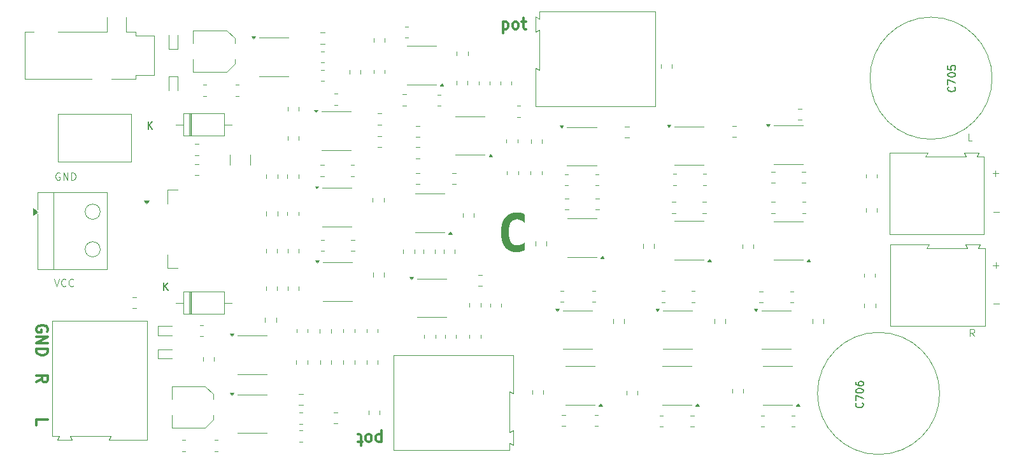
<source format=gbr>
%TF.GenerationSoftware,KiCad,Pcbnew,9.0.4-9.0.4-0~ubuntu24.04.1*%
%TF.CreationDate,2025-09-01T10:39:58-05:00*%
%TF.ProjectId,amplifier,616d706c-6966-4696-9572-2e6b69636164,rev?*%
%TF.SameCoordinates,Original*%
%TF.FileFunction,Legend,Top*%
%TF.FilePolarity,Positive*%
%FSLAX46Y46*%
G04 Gerber Fmt 4.6, Leading zero omitted, Abs format (unit mm)*
G04 Created by KiCad (PCBNEW 9.0.4-9.0.4-0~ubuntu24.04.1) date 2025-09-01 10:39:58*
%MOMM*%
%LPD*%
G01*
G04 APERTURE LIST*
%ADD10C,0.100000*%
%ADD11C,0.300000*%
%ADD12C,0.200000*%
%ADD13C,0.150000*%
%ADD14C,0.120000*%
G04 APERTURE END LIST*
D10*
X214030074Y-87002419D02*
X213553884Y-87002419D01*
X213553884Y-87002419D02*
X213553884Y-86002419D01*
D11*
X89671671Y-124783796D02*
X89671671Y-124069510D01*
X89671671Y-124069510D02*
X91171671Y-124069510D01*
D10*
X216933884Y-108611466D02*
X217695789Y-108611466D01*
X214365312Y-112992419D02*
X214031979Y-112516228D01*
X213793884Y-112992419D02*
X213793884Y-111992419D01*
X213793884Y-111992419D02*
X214174836Y-111992419D01*
X214174836Y-111992419D02*
X214270074Y-112040038D01*
X214270074Y-112040038D02*
X214317693Y-112087657D01*
X214317693Y-112087657D02*
X214365312Y-112182895D01*
X214365312Y-112182895D02*
X214365312Y-112325752D01*
X214365312Y-112325752D02*
X214317693Y-112420990D01*
X214317693Y-112420990D02*
X214270074Y-112468609D01*
X214270074Y-112468609D02*
X214174836Y-112516228D01*
X214174836Y-112516228D02*
X213793884Y-112516228D01*
D12*
G36*
X154582341Y-101533684D02*
G01*
X154337261Y-101644813D01*
X154080116Y-101724193D01*
X153812771Y-101771545D01*
X153526906Y-101787697D01*
X153114488Y-101757577D01*
X152759183Y-101671969D01*
X152451606Y-101535296D01*
X152184353Y-101348194D01*
X151952456Y-101107480D01*
X151769520Y-100834080D01*
X151620564Y-100509764D01*
X151507689Y-100126343D01*
X151435184Y-99674079D01*
X151409321Y-99141936D01*
X151435214Y-98608077D01*
X151507777Y-98154683D01*
X151620692Y-97770620D01*
X151769630Y-97446058D01*
X151952456Y-97172728D01*
X152184353Y-96932014D01*
X152451606Y-96744912D01*
X152759183Y-96608240D01*
X153114488Y-96522632D01*
X153526906Y-96492512D01*
X153813209Y-96508615D01*
X154083475Y-96556015D01*
X154342480Y-96635785D01*
X154582341Y-96746524D01*
X154582341Y-97860272D01*
X154317502Y-97643340D01*
X154078590Y-97504288D01*
X153829417Y-97419317D01*
X153574839Y-97391325D01*
X153308383Y-97420440D01*
X153086090Y-97503295D01*
X152898298Y-97638640D01*
X152739528Y-97832489D01*
X152626459Y-98053829D01*
X152537999Y-98336635D01*
X152479284Y-98694238D01*
X152457733Y-99141936D01*
X152479246Y-99587543D01*
X152537901Y-99944039D01*
X152626353Y-100226489D01*
X152739528Y-100448025D01*
X152898279Y-100641722D01*
X153086063Y-100776976D01*
X153308362Y-100859784D01*
X153574839Y-100888883D01*
X153829417Y-100860892D01*
X154078590Y-100775921D01*
X154317502Y-100636868D01*
X154582341Y-100419937D01*
X154582341Y-101533684D01*
G37*
D10*
X216833884Y-103551466D02*
X217595789Y-103551466D01*
X217214836Y-103932419D02*
X217214836Y-103170514D01*
D11*
X91100242Y-112345225D02*
X91171671Y-112202368D01*
X91171671Y-112202368D02*
X91171671Y-111988082D01*
X91171671Y-111988082D02*
X91100242Y-111773796D01*
X91100242Y-111773796D02*
X90957385Y-111630939D01*
X90957385Y-111630939D02*
X90814528Y-111559510D01*
X90814528Y-111559510D02*
X90528814Y-111488082D01*
X90528814Y-111488082D02*
X90314528Y-111488082D01*
X90314528Y-111488082D02*
X90028814Y-111559510D01*
X90028814Y-111559510D02*
X89885957Y-111630939D01*
X89885957Y-111630939D02*
X89743100Y-111773796D01*
X89743100Y-111773796D02*
X89671671Y-111988082D01*
X89671671Y-111988082D02*
X89671671Y-112130939D01*
X89671671Y-112130939D02*
X89743100Y-112345225D01*
X89743100Y-112345225D02*
X89814528Y-112416653D01*
X89814528Y-112416653D02*
X90314528Y-112416653D01*
X90314528Y-112416653D02*
X90314528Y-112130939D01*
X89671671Y-113059510D02*
X91171671Y-113059510D01*
X91171671Y-113059510D02*
X89671671Y-113916653D01*
X89671671Y-113916653D02*
X91171671Y-113916653D01*
X89671671Y-114630939D02*
X91171671Y-114630939D01*
X91171671Y-114630939D02*
X91171671Y-114988082D01*
X91171671Y-114988082D02*
X91100242Y-115202368D01*
X91100242Y-115202368D02*
X90957385Y-115345225D01*
X90957385Y-115345225D02*
X90814528Y-115416654D01*
X90814528Y-115416654D02*
X90528814Y-115488082D01*
X90528814Y-115488082D02*
X90314528Y-115488082D01*
X90314528Y-115488082D02*
X90028814Y-115416654D01*
X90028814Y-115416654D02*
X89885957Y-115345225D01*
X89885957Y-115345225D02*
X89743100Y-115202368D01*
X89743100Y-115202368D02*
X89671671Y-114988082D01*
X89671671Y-114988082D02*
X89671671Y-114630939D01*
X135495489Y-126999171D02*
X135495489Y-125499171D01*
X135495489Y-126927742D02*
X135352632Y-126999171D01*
X135352632Y-126999171D02*
X135066917Y-126999171D01*
X135066917Y-126999171D02*
X134924060Y-126927742D01*
X134924060Y-126927742D02*
X134852632Y-126856314D01*
X134852632Y-126856314D02*
X134781203Y-126713457D01*
X134781203Y-126713457D02*
X134781203Y-126284885D01*
X134781203Y-126284885D02*
X134852632Y-126142028D01*
X134852632Y-126142028D02*
X134924060Y-126070600D01*
X134924060Y-126070600D02*
X135066917Y-125999171D01*
X135066917Y-125999171D02*
X135352632Y-125999171D01*
X135352632Y-125999171D02*
X135495489Y-126070600D01*
X133924060Y-125999171D02*
X134066917Y-126070600D01*
X134066917Y-126070600D02*
X134138346Y-126142028D01*
X134138346Y-126142028D02*
X134209774Y-126284885D01*
X134209774Y-126284885D02*
X134209774Y-126713457D01*
X134209774Y-126713457D02*
X134138346Y-126856314D01*
X134138346Y-126856314D02*
X134066917Y-126927742D01*
X134066917Y-126927742D02*
X133924060Y-126999171D01*
X133924060Y-126999171D02*
X133709774Y-126999171D01*
X133709774Y-126999171D02*
X133566917Y-126927742D01*
X133566917Y-126927742D02*
X133495489Y-126856314D01*
X133495489Y-126856314D02*
X133424060Y-126713457D01*
X133424060Y-126713457D02*
X133424060Y-126284885D01*
X133424060Y-126284885D02*
X133495489Y-126142028D01*
X133495489Y-126142028D02*
X133566917Y-126070600D01*
X133566917Y-126070600D02*
X133709774Y-125999171D01*
X133709774Y-125999171D02*
X133924060Y-125999171D01*
X132995488Y-126999171D02*
X132424060Y-126999171D01*
X132781203Y-127499171D02*
X132781203Y-126213457D01*
X132781203Y-126213457D02*
X132709774Y-126070600D01*
X132709774Y-126070600D02*
X132566917Y-125999171D01*
X132566917Y-125999171D02*
X132424060Y-125999171D01*
X89671671Y-119086653D02*
X90385957Y-118586653D01*
X89671671Y-118229510D02*
X91171671Y-118229510D01*
X91171671Y-118229510D02*
X91171671Y-118800939D01*
X91171671Y-118800939D02*
X91100242Y-118943796D01*
X91100242Y-118943796D02*
X91028814Y-119015225D01*
X91028814Y-119015225D02*
X90885957Y-119086653D01*
X90885957Y-119086653D02*
X90671671Y-119086653D01*
X90671671Y-119086653D02*
X90528814Y-119015225D01*
X90528814Y-119015225D02*
X90457385Y-118943796D01*
X90457385Y-118943796D02*
X90385957Y-118800939D01*
X90385957Y-118800939D02*
X90385957Y-118229510D01*
D10*
X216913884Y-96461466D02*
X217675789Y-96461466D01*
X216803884Y-91321466D02*
X217565789Y-91321466D01*
X217184836Y-91702419D02*
X217184836Y-90940514D01*
D11*
X151674510Y-71120828D02*
X151674510Y-72620828D01*
X151674510Y-71192257D02*
X151817368Y-71120828D01*
X151817368Y-71120828D02*
X152103082Y-71120828D01*
X152103082Y-71120828D02*
X152245939Y-71192257D01*
X152245939Y-71192257D02*
X152317368Y-71263685D01*
X152317368Y-71263685D02*
X152388796Y-71406542D01*
X152388796Y-71406542D02*
X152388796Y-71835114D01*
X152388796Y-71835114D02*
X152317368Y-71977971D01*
X152317368Y-71977971D02*
X152245939Y-72049400D01*
X152245939Y-72049400D02*
X152103082Y-72120828D01*
X152103082Y-72120828D02*
X151817368Y-72120828D01*
X151817368Y-72120828D02*
X151674510Y-72049400D01*
X153245939Y-72120828D02*
X153103082Y-72049400D01*
X153103082Y-72049400D02*
X153031653Y-71977971D01*
X153031653Y-71977971D02*
X152960225Y-71835114D01*
X152960225Y-71835114D02*
X152960225Y-71406542D01*
X152960225Y-71406542D02*
X153031653Y-71263685D01*
X153031653Y-71263685D02*
X153103082Y-71192257D01*
X153103082Y-71192257D02*
X153245939Y-71120828D01*
X153245939Y-71120828D02*
X153460225Y-71120828D01*
X153460225Y-71120828D02*
X153603082Y-71192257D01*
X153603082Y-71192257D02*
X153674511Y-71263685D01*
X153674511Y-71263685D02*
X153745939Y-71406542D01*
X153745939Y-71406542D02*
X153745939Y-71835114D01*
X153745939Y-71835114D02*
X153674511Y-71977971D01*
X153674511Y-71977971D02*
X153603082Y-72049400D01*
X153603082Y-72049400D02*
X153460225Y-72120828D01*
X153460225Y-72120828D02*
X153245939Y-72120828D01*
X154174511Y-71120828D02*
X154745939Y-71120828D01*
X154388796Y-70620828D02*
X154388796Y-71906542D01*
X154388796Y-71906542D02*
X154460225Y-72049400D01*
X154460225Y-72049400D02*
X154603082Y-72120828D01*
X154603082Y-72120828D02*
X154745939Y-72120828D01*
D10*
X91991027Y-105342419D02*
X92324360Y-106342419D01*
X92324360Y-106342419D02*
X92657693Y-105342419D01*
X93562455Y-106247180D02*
X93514836Y-106294800D01*
X93514836Y-106294800D02*
X93371979Y-106342419D01*
X93371979Y-106342419D02*
X93276741Y-106342419D01*
X93276741Y-106342419D02*
X93133884Y-106294800D01*
X93133884Y-106294800D02*
X93038646Y-106199561D01*
X93038646Y-106199561D02*
X92991027Y-106104323D01*
X92991027Y-106104323D02*
X92943408Y-105913847D01*
X92943408Y-105913847D02*
X92943408Y-105770990D01*
X92943408Y-105770990D02*
X92991027Y-105580514D01*
X92991027Y-105580514D02*
X93038646Y-105485276D01*
X93038646Y-105485276D02*
X93133884Y-105390038D01*
X93133884Y-105390038D02*
X93276741Y-105342419D01*
X93276741Y-105342419D02*
X93371979Y-105342419D01*
X93371979Y-105342419D02*
X93514836Y-105390038D01*
X93514836Y-105390038D02*
X93562455Y-105437657D01*
X94562455Y-106247180D02*
X94514836Y-106294800D01*
X94514836Y-106294800D02*
X94371979Y-106342419D01*
X94371979Y-106342419D02*
X94276741Y-106342419D01*
X94276741Y-106342419D02*
X94133884Y-106294800D01*
X94133884Y-106294800D02*
X94038646Y-106199561D01*
X94038646Y-106199561D02*
X93991027Y-106104323D01*
X93991027Y-106104323D02*
X93943408Y-105913847D01*
X93943408Y-105913847D02*
X93943408Y-105770990D01*
X93943408Y-105770990D02*
X93991027Y-105580514D01*
X93991027Y-105580514D02*
X94038646Y-105485276D01*
X94038646Y-105485276D02*
X94133884Y-105390038D01*
X94133884Y-105390038D02*
X94276741Y-105342419D01*
X94276741Y-105342419D02*
X94371979Y-105342419D01*
X94371979Y-105342419D02*
X94514836Y-105390038D01*
X94514836Y-105390038D02*
X94562455Y-105437657D01*
X92765193Y-91240038D02*
X92669955Y-91192419D01*
X92669955Y-91192419D02*
X92527098Y-91192419D01*
X92527098Y-91192419D02*
X92384241Y-91240038D01*
X92384241Y-91240038D02*
X92289003Y-91335276D01*
X92289003Y-91335276D02*
X92241384Y-91430514D01*
X92241384Y-91430514D02*
X92193765Y-91620990D01*
X92193765Y-91620990D02*
X92193765Y-91763847D01*
X92193765Y-91763847D02*
X92241384Y-91954323D01*
X92241384Y-91954323D02*
X92289003Y-92049561D01*
X92289003Y-92049561D02*
X92384241Y-92144800D01*
X92384241Y-92144800D02*
X92527098Y-92192419D01*
X92527098Y-92192419D02*
X92622336Y-92192419D01*
X92622336Y-92192419D02*
X92765193Y-92144800D01*
X92765193Y-92144800D02*
X92812812Y-92097180D01*
X92812812Y-92097180D02*
X92812812Y-91763847D01*
X92812812Y-91763847D02*
X92622336Y-91763847D01*
X93241384Y-92192419D02*
X93241384Y-91192419D01*
X93241384Y-91192419D02*
X93812812Y-92192419D01*
X93812812Y-92192419D02*
X93812812Y-91192419D01*
X94289003Y-92192419D02*
X94289003Y-91192419D01*
X94289003Y-91192419D02*
X94527098Y-91192419D01*
X94527098Y-91192419D02*
X94669955Y-91240038D01*
X94669955Y-91240038D02*
X94765193Y-91335276D01*
X94765193Y-91335276D02*
X94812812Y-91430514D01*
X94812812Y-91430514D02*
X94860431Y-91620990D01*
X94860431Y-91620990D02*
X94860431Y-91763847D01*
X94860431Y-91763847D02*
X94812812Y-91954323D01*
X94812812Y-91954323D02*
X94765193Y-92049561D01*
X94765193Y-92049561D02*
X94669955Y-92144800D01*
X94669955Y-92144800D02*
X94527098Y-92192419D01*
X94527098Y-92192419D02*
X94289003Y-92192419D01*
D13*
X211739580Y-79819047D02*
X211787200Y-79866666D01*
X211787200Y-79866666D02*
X211834819Y-80009523D01*
X211834819Y-80009523D02*
X211834819Y-80104761D01*
X211834819Y-80104761D02*
X211787200Y-80247618D01*
X211787200Y-80247618D02*
X211691961Y-80342856D01*
X211691961Y-80342856D02*
X211596723Y-80390475D01*
X211596723Y-80390475D02*
X211406247Y-80438094D01*
X211406247Y-80438094D02*
X211263390Y-80438094D01*
X211263390Y-80438094D02*
X211072914Y-80390475D01*
X211072914Y-80390475D02*
X210977676Y-80342856D01*
X210977676Y-80342856D02*
X210882438Y-80247618D01*
X210882438Y-80247618D02*
X210834819Y-80104761D01*
X210834819Y-80104761D02*
X210834819Y-80009523D01*
X210834819Y-80009523D02*
X210882438Y-79866666D01*
X210882438Y-79866666D02*
X210930057Y-79819047D01*
X210834819Y-79485713D02*
X210834819Y-78819047D01*
X210834819Y-78819047D02*
X211834819Y-79247618D01*
X210834819Y-78247618D02*
X210834819Y-78152380D01*
X210834819Y-78152380D02*
X210882438Y-78057142D01*
X210882438Y-78057142D02*
X210930057Y-78009523D01*
X210930057Y-78009523D02*
X211025295Y-77961904D01*
X211025295Y-77961904D02*
X211215771Y-77914285D01*
X211215771Y-77914285D02*
X211453866Y-77914285D01*
X211453866Y-77914285D02*
X211644342Y-77961904D01*
X211644342Y-77961904D02*
X211739580Y-78009523D01*
X211739580Y-78009523D02*
X211787200Y-78057142D01*
X211787200Y-78057142D02*
X211834819Y-78152380D01*
X211834819Y-78152380D02*
X211834819Y-78247618D01*
X211834819Y-78247618D02*
X211787200Y-78342856D01*
X211787200Y-78342856D02*
X211739580Y-78390475D01*
X211739580Y-78390475D02*
X211644342Y-78438094D01*
X211644342Y-78438094D02*
X211453866Y-78485713D01*
X211453866Y-78485713D02*
X211215771Y-78485713D01*
X211215771Y-78485713D02*
X211025295Y-78438094D01*
X211025295Y-78438094D02*
X210930057Y-78390475D01*
X210930057Y-78390475D02*
X210882438Y-78342856D01*
X210882438Y-78342856D02*
X210834819Y-78247618D01*
X210834819Y-77009523D02*
X210834819Y-77485713D01*
X210834819Y-77485713D02*
X211311009Y-77533332D01*
X211311009Y-77533332D02*
X211263390Y-77485713D01*
X211263390Y-77485713D02*
X211215771Y-77390475D01*
X211215771Y-77390475D02*
X211215771Y-77152380D01*
X211215771Y-77152380D02*
X211263390Y-77057142D01*
X211263390Y-77057142D02*
X211311009Y-77009523D01*
X211311009Y-77009523D02*
X211406247Y-76961904D01*
X211406247Y-76961904D02*
X211644342Y-76961904D01*
X211644342Y-76961904D02*
X211739580Y-77009523D01*
X211739580Y-77009523D02*
X211787200Y-77057142D01*
X211787200Y-77057142D02*
X211834819Y-77152380D01*
X211834819Y-77152380D02*
X211834819Y-77390475D01*
X211834819Y-77390475D02*
X211787200Y-77485713D01*
X211787200Y-77485713D02*
X211739580Y-77533332D01*
X199489580Y-121839047D02*
X199537200Y-121886666D01*
X199537200Y-121886666D02*
X199584819Y-122029523D01*
X199584819Y-122029523D02*
X199584819Y-122124761D01*
X199584819Y-122124761D02*
X199537200Y-122267618D01*
X199537200Y-122267618D02*
X199441961Y-122362856D01*
X199441961Y-122362856D02*
X199346723Y-122410475D01*
X199346723Y-122410475D02*
X199156247Y-122458094D01*
X199156247Y-122458094D02*
X199013390Y-122458094D01*
X199013390Y-122458094D02*
X198822914Y-122410475D01*
X198822914Y-122410475D02*
X198727676Y-122362856D01*
X198727676Y-122362856D02*
X198632438Y-122267618D01*
X198632438Y-122267618D02*
X198584819Y-122124761D01*
X198584819Y-122124761D02*
X198584819Y-122029523D01*
X198584819Y-122029523D02*
X198632438Y-121886666D01*
X198632438Y-121886666D02*
X198680057Y-121839047D01*
X198584819Y-121505713D02*
X198584819Y-120839047D01*
X198584819Y-120839047D02*
X199584819Y-121267618D01*
X198584819Y-120267618D02*
X198584819Y-120172380D01*
X198584819Y-120172380D02*
X198632438Y-120077142D01*
X198632438Y-120077142D02*
X198680057Y-120029523D01*
X198680057Y-120029523D02*
X198775295Y-119981904D01*
X198775295Y-119981904D02*
X198965771Y-119934285D01*
X198965771Y-119934285D02*
X199203866Y-119934285D01*
X199203866Y-119934285D02*
X199394342Y-119981904D01*
X199394342Y-119981904D02*
X199489580Y-120029523D01*
X199489580Y-120029523D02*
X199537200Y-120077142D01*
X199537200Y-120077142D02*
X199584819Y-120172380D01*
X199584819Y-120172380D02*
X199584819Y-120267618D01*
X199584819Y-120267618D02*
X199537200Y-120362856D01*
X199537200Y-120362856D02*
X199489580Y-120410475D01*
X199489580Y-120410475D02*
X199394342Y-120458094D01*
X199394342Y-120458094D02*
X199203866Y-120505713D01*
X199203866Y-120505713D02*
X198965771Y-120505713D01*
X198965771Y-120505713D02*
X198775295Y-120458094D01*
X198775295Y-120458094D02*
X198680057Y-120410475D01*
X198680057Y-120410475D02*
X198632438Y-120362856D01*
X198632438Y-120362856D02*
X198584819Y-120267618D01*
X198584819Y-119077142D02*
X198584819Y-119267618D01*
X198584819Y-119267618D02*
X198632438Y-119362856D01*
X198632438Y-119362856D02*
X198680057Y-119410475D01*
X198680057Y-119410475D02*
X198822914Y-119505713D01*
X198822914Y-119505713D02*
X199013390Y-119553332D01*
X199013390Y-119553332D02*
X199394342Y-119553332D01*
X199394342Y-119553332D02*
X199489580Y-119505713D01*
X199489580Y-119505713D02*
X199537200Y-119458094D01*
X199537200Y-119458094D02*
X199584819Y-119362856D01*
X199584819Y-119362856D02*
X199584819Y-119172380D01*
X199584819Y-119172380D02*
X199537200Y-119077142D01*
X199537200Y-119077142D02*
X199489580Y-119029523D01*
X199489580Y-119029523D02*
X199394342Y-118981904D01*
X199394342Y-118981904D02*
X199156247Y-118981904D01*
X199156247Y-118981904D02*
X199061009Y-119029523D01*
X199061009Y-119029523D02*
X199013390Y-119077142D01*
X199013390Y-119077142D02*
X198965771Y-119172380D01*
X198965771Y-119172380D02*
X198965771Y-119362856D01*
X198965771Y-119362856D02*
X199013390Y-119458094D01*
X199013390Y-119458094D02*
X199061009Y-119505713D01*
X199061009Y-119505713D02*
X199156247Y-119553332D01*
X106583095Y-106879819D02*
X106583095Y-105879819D01*
X107154523Y-106879819D02*
X106725952Y-106308390D01*
X107154523Y-105879819D02*
X106583095Y-106451247D01*
X104513095Y-85449819D02*
X104513095Y-84449819D01*
X105084523Y-85449819D02*
X104655952Y-84878390D01*
X105084523Y-84449819D02*
X104513095Y-85021247D01*
D14*
%TO.C,R502*%
X134505000Y-73357936D02*
X134505000Y-73812064D01*
X135975000Y-73357936D02*
X135975000Y-73812064D01*
%TO.C,R501*%
X139077064Y-71765000D02*
X138622936Y-71765000D01*
X139077064Y-73235000D02*
X138622936Y-73235000D01*
%TO.C,R307*%
X109459564Y-126795000D02*
X109005436Y-126795000D01*
X109459564Y-128265000D02*
X109005436Y-128265000D01*
%TO.C,U402*%
X129680000Y-103150000D02*
X127730000Y-103150000D01*
X129680000Y-103150000D02*
X131630000Y-103150000D01*
X129680000Y-108270000D02*
X127730000Y-108270000D01*
X129680000Y-108270000D02*
X131630000Y-108270000D01*
X126980000Y-103245000D02*
X126740000Y-102915000D01*
X127220000Y-102915000D01*
X126980000Y-103245000D01*
G36*
X126980000Y-103245000D02*
G01*
X126740000Y-102915000D01*
X127220000Y-102915000D01*
X126980000Y-103245000D01*
G37*
%TO.C,R305*%
X113772064Y-126795000D02*
X113317936Y-126795000D01*
X113772064Y-128265000D02*
X113317936Y-128265000D01*
%TO.C,C402*%
X123025000Y-91971252D02*
X123025000Y-91448748D01*
X124495000Y-91971252D02*
X124495000Y-91448748D01*
%TO.C,U701*%
X129480000Y-83090000D02*
X127530000Y-83090000D01*
X129480000Y-83090000D02*
X131430000Y-83090000D01*
X129480000Y-88210000D02*
X127530000Y-88210000D01*
X129480000Y-88210000D02*
X131430000Y-88210000D01*
X126780000Y-83185000D02*
X126540000Y-82855000D01*
X127020000Y-82855000D01*
X126780000Y-83185000D01*
G36*
X126780000Y-83185000D02*
G01*
X126540000Y-82855000D01*
X127020000Y-82855000D01*
X126780000Y-83185000D01*
G37*
%TO.C,C804*%
X170285000Y-101241252D02*
X170285000Y-100718748D01*
X171755000Y-101241252D02*
X171755000Y-100718748D01*
%TO.C,R508*%
X152147500Y-86772936D02*
X152147500Y-87227064D01*
X153617500Y-86772936D02*
X153617500Y-87227064D01*
%TO.C,U602*%
X142235000Y-105325000D02*
X140285000Y-105325000D01*
X142235000Y-105325000D02*
X144185000Y-105325000D01*
X142235000Y-110445000D02*
X140285000Y-110445000D01*
X142235000Y-110445000D02*
X144185000Y-110445000D01*
X139535000Y-105420000D02*
X139295000Y-105090000D01*
X139775000Y-105090000D01*
X139535000Y-105420000D01*
G36*
X139535000Y-105420000D02*
G01*
X139295000Y-105090000D01*
X139775000Y-105090000D01*
X139535000Y-105420000D01*
G37*
%TO.C,R905*%
X177199564Y-106965000D02*
X176745436Y-106965000D01*
X177199564Y-108435000D02*
X176745436Y-108435000D01*
%TO.C,C601*%
X133815000Y-122828748D02*
X133815000Y-123351252D01*
X135285000Y-122828748D02*
X135285000Y-123351252D01*
%TO.C,J701*%
X203050000Y-88595000D02*
X203050000Y-99445000D01*
X203050000Y-99445000D02*
X215650000Y-99445000D01*
X207850000Y-89095000D02*
X208150000Y-88595000D01*
X208150000Y-88595000D02*
X203050000Y-88595000D01*
X213000000Y-88595000D02*
X213250000Y-89095000D01*
X213050000Y-88595000D02*
X213000000Y-88595000D01*
X213250000Y-89095000D02*
X207850000Y-89095000D01*
X214700000Y-89095000D02*
X214950000Y-88595000D01*
X214950000Y-88595000D02*
X213050000Y-88595000D01*
X215650000Y-89095000D02*
X214700000Y-89095000D01*
X215650000Y-99445000D02*
X215650000Y-89095000D01*
%TO.C,R704*%
X146335000Y-96652936D02*
X146335000Y-97107064D01*
X147805000Y-96652936D02*
X147805000Y-97107064D01*
%TO.C,R302*%
X127462936Y-75070000D02*
X127917064Y-75070000D01*
X127462936Y-76540000D02*
X127917064Y-76540000D01*
%TO.C,D401*%
X105847500Y-114715000D02*
X105847500Y-115935000D01*
X105847500Y-115935000D02*
X107662500Y-115935000D01*
X107662500Y-114715000D02*
X105847500Y-114715000D01*
%TO.C,R701*%
X123055000Y-82954564D02*
X123055000Y-82500436D01*
X124525000Y-82954564D02*
X124525000Y-82500436D01*
%TO.C,R901*%
X159290436Y-106935000D02*
X159744564Y-106935000D01*
X159290436Y-108405000D02*
X159744564Y-108405000D01*
%TO.C,R406*%
X120185000Y-101387936D02*
X120185000Y-101842064D01*
X121655000Y-101387936D02*
X121655000Y-101842064D01*
%TO.C,R811*%
X191892064Y-91115000D02*
X191437936Y-91115000D01*
X191892064Y-92585000D02*
X191437936Y-92585000D01*
%TO.C,R706*%
X138425000Y-101452936D02*
X138425000Y-101907064D01*
X139895000Y-101452936D02*
X139895000Y-101907064D01*
%TO.C,R611*%
X147225000Y-112762936D02*
X147225000Y-113217064D01*
X148695000Y-112762936D02*
X148695000Y-113217064D01*
%TO.C,R303*%
X112257064Y-79545000D02*
X111802936Y-79545000D01*
X112257064Y-81015000D02*
X111802936Y-81015000D01*
%TO.C,R709*%
X199725000Y-108667936D02*
X199725000Y-109122064D01*
X201195000Y-108667936D02*
X201195000Y-109122064D01*
%TO.C,C607*%
X148386248Y-104837500D02*
X148908752Y-104837500D01*
X148386248Y-106307500D02*
X148908752Y-106307500D01*
%TO.C,C501*%
X172675000Y-77341252D02*
X172675000Y-76818748D01*
X174145000Y-77341252D02*
X174145000Y-76818748D01*
%TO.C,C203*%
X115395000Y-90206252D02*
X115395000Y-88783748D01*
X118115000Y-90206252D02*
X118115000Y-88783748D01*
%TO.C,U201*%
X107080000Y-93500000D02*
X107080000Y-95310000D01*
X107080000Y-103900000D02*
X107080000Y-102090000D01*
X108445000Y-93500000D02*
X107080000Y-93500000D01*
X108445000Y-103900000D02*
X107080000Y-103900000D01*
X104255000Y-95350000D02*
X103915000Y-94880000D01*
X104595000Y-94880000D01*
X104255000Y-95350000D01*
G36*
X104255000Y-95350000D02*
G01*
X103915000Y-94880000D01*
X104595000Y-94880000D01*
X104255000Y-95350000D01*
G37*
%TO.C,R401*%
X127412936Y-90205000D02*
X127867064Y-90205000D01*
X127412936Y-91675000D02*
X127867064Y-91675000D01*
%TO.C,C201*%
X102413748Y-107790000D02*
X102936252Y-107790000D01*
X102413748Y-109260000D02*
X102936252Y-109260000D01*
%TO.C,C301*%
X110497500Y-72290000D02*
X110497500Y-73990000D01*
X110497500Y-77810000D02*
X110497500Y-76110000D01*
X114953063Y-72290000D02*
X110497500Y-72290000D01*
X114953063Y-77810000D02*
X110497500Y-77810000D01*
X116017500Y-73354437D02*
X114953063Y-72290000D01*
X116017500Y-73354437D02*
X116017500Y-73990000D01*
X116017500Y-76745563D02*
X114953063Y-77810000D01*
X116017500Y-76745563D02*
X116017500Y-76110000D01*
%TO.C,U804*%
X176405000Y-97665000D02*
X174455000Y-97665000D01*
X176405000Y-97665000D02*
X178355000Y-97665000D01*
X176405000Y-102785000D02*
X174455000Y-102785000D01*
X176405000Y-102785000D02*
X178355000Y-102785000D01*
X179345000Y-103020000D02*
X178865000Y-103020000D01*
X179105000Y-102690000D01*
X179345000Y-103020000D01*
G36*
X179345000Y-103020000D02*
G01*
X178865000Y-103020000D01*
X179105000Y-102690000D01*
X179345000Y-103020000D01*
G37*
%TO.C,C801*%
X167898748Y-85075000D02*
X168421252Y-85075000D01*
X167898748Y-86545000D02*
X168421252Y-86545000D01*
%TO.C,R506*%
X155365000Y-91032936D02*
X155365000Y-91487064D01*
X156835000Y-91032936D02*
X156835000Y-91487064D01*
%TO.C,U806*%
X189605000Y-97715000D02*
X187655000Y-97715000D01*
X189605000Y-97715000D02*
X191555000Y-97715000D01*
X189605000Y-102835000D02*
X187655000Y-102835000D01*
X189605000Y-102835000D02*
X191555000Y-102835000D01*
X192545000Y-103070000D02*
X192065000Y-103070000D01*
X192305000Y-102740000D01*
X192545000Y-103070000D01*
G36*
X192545000Y-103070000D02*
G01*
X192065000Y-103070000D01*
X192305000Y-102740000D01*
X192545000Y-103070000D01*
G37*
%TO.C,R703*%
X123055000Y-86400436D02*
X123055000Y-86854564D01*
X124525000Y-86400436D02*
X124525000Y-86854564D01*
%TO.C,R605*%
X124215000Y-116192936D02*
X124215000Y-116647064D01*
X125685000Y-116192936D02*
X125685000Y-116647064D01*
%TO.C,C503*%
X131257500Y-77538748D02*
X131257500Y-78061252D01*
X132727500Y-77538748D02*
X132727500Y-78061252D01*
%TO.C,C705*%
X216720000Y-78650000D02*
G75*
G02*
X200480000Y-78650000I-8120000J0D01*
G01*
X200480000Y-78650000D02*
G75*
G02*
X216720000Y-78650000I8120000J0D01*
G01*
%TO.C,C606*%
X120075000Y-111051252D02*
X120075000Y-110528748D01*
X121545000Y-111051252D02*
X121545000Y-110528748D01*
%TO.C,R503*%
X134505000Y-77552936D02*
X134505000Y-78007064D01*
X135975000Y-77552936D02*
X135975000Y-78007064D01*
%TO.C,R604*%
X111380436Y-111495000D02*
X111834564Y-111495000D01*
X111380436Y-112965000D02*
X111834564Y-112965000D01*
%TO.C,D403*%
X107220000Y-78425000D02*
X107220000Y-80240000D01*
X108440000Y-78425000D02*
X107220000Y-78425000D01*
X108440000Y-80240000D02*
X108440000Y-78425000D01*
%TO.C,C805*%
X191401252Y-82725000D02*
X190878748Y-82725000D01*
X191401252Y-84195000D02*
X190878748Y-84195000D01*
%TO.C,C506*%
X138338748Y-80815000D02*
X138861252Y-80815000D01*
X138338748Y-82285000D02*
X138861252Y-82285000D01*
%TO.C,R801*%
X159877936Y-91455000D02*
X160332064Y-91455000D01*
X159877936Y-92925000D02*
X160332064Y-92925000D01*
%TO.C,R606*%
X133580000Y-112477064D02*
X133580000Y-112022936D01*
X135050000Y-112477064D02*
X135050000Y-112022936D01*
%TO.C,R911*%
X172525436Y-123530000D02*
X172979564Y-123530000D01*
X172525436Y-125000000D02*
X172979564Y-125000000D01*
%TO.C,C603*%
X127346667Y-112531252D02*
X127346667Y-112008748D01*
X128816667Y-112531252D02*
X128816667Y-112008748D01*
%TO.C,C806*%
X183505000Y-101281252D02*
X183505000Y-100758748D01*
X184975000Y-101281252D02*
X184975000Y-100758748D01*
%TO.C,C403*%
X120225000Y-96391248D02*
X120225000Y-96913752D01*
X121695000Y-96391248D02*
X121695000Y-96913752D01*
%TO.C,R904*%
X163984564Y-106935000D02*
X163530436Y-106935000D01*
X163984564Y-108405000D02*
X163530436Y-108405000D01*
%TO.C,R603*%
X124230000Y-112477064D02*
X124230000Y-112022936D01*
X125700000Y-112477064D02*
X125700000Y-112022936D01*
%TO.C,J403*%
X91752500Y-110880000D02*
X91752500Y-126280000D01*
X91752500Y-126280000D02*
X92702500Y-126280000D01*
X92402500Y-126780000D02*
X94402500Y-126780000D01*
X92702500Y-126280000D02*
X92402500Y-126780000D01*
X94152500Y-126280000D02*
X99552500Y-126280000D01*
X94402500Y-126780000D02*
X94152500Y-126280000D01*
X99302500Y-126780000D02*
X104352500Y-126780000D01*
X99552500Y-126280000D02*
X99302500Y-126780000D01*
X104352500Y-110880000D02*
X91752500Y-110880000D01*
X104352500Y-126780000D02*
X104352500Y-110880000D01*
%TO.C,C906*%
X182157500Y-120506252D02*
X182157500Y-119983748D01*
X183627500Y-120506252D02*
X183627500Y-119983748D01*
%TO.C,U301*%
X121227500Y-73285000D02*
X119277500Y-73285000D01*
X121227500Y-73285000D02*
X123177500Y-73285000D01*
X121227500Y-78405000D02*
X119277500Y-78405000D01*
X121227500Y-78405000D02*
X123177500Y-78405000D01*
X118527500Y-73380000D02*
X118287500Y-73050000D01*
X118767500Y-73050000D01*
X118527500Y-73380000D01*
G36*
X118527500Y-73380000D02*
G01*
X118287500Y-73050000D01*
X118767500Y-73050000D01*
X118527500Y-73380000D01*
G37*
%TO.C,C905*%
X168095000Y-120721252D02*
X168095000Y-120198748D01*
X169565000Y-120721252D02*
X169565000Y-120198748D01*
%TO.C,C803*%
X182178748Y-85005000D02*
X182701252Y-85005000D01*
X182178748Y-86475000D02*
X182701252Y-86475000D01*
%TO.C,R201*%
X111194564Y-87410000D02*
X110740436Y-87410000D01*
X111194564Y-88880000D02*
X110740436Y-88880000D01*
%TO.C,U802*%
X162177500Y-97300000D02*
X160227500Y-97300000D01*
X162177500Y-97300000D02*
X164127500Y-97300000D01*
X162177500Y-102420000D02*
X160227500Y-102420000D01*
X162177500Y-102420000D02*
X164127500Y-102420000D01*
X165117500Y-102655000D02*
X164637500Y-102655000D01*
X164877500Y-102325000D01*
X165117500Y-102655000D01*
G36*
X165117500Y-102655000D02*
G01*
X164637500Y-102655000D01*
X164877500Y-102325000D01*
X165117500Y-102655000D01*
G37*
%TO.C,C902*%
X179782500Y-110703748D02*
X179782500Y-111226252D01*
X181252500Y-110703748D02*
X181252500Y-111226252D01*
%TO.C,C202*%
X111238752Y-90080000D02*
X110716248Y-90080000D01*
X111238752Y-91550000D02*
X110716248Y-91550000D01*
%TO.C,C404*%
X120185000Y-106338748D02*
X120185000Y-106861252D01*
X121655000Y-106338748D02*
X121655000Y-106861252D01*
%TO.C,R512*%
X140132936Y-87840000D02*
X140587064Y-87840000D01*
X140132936Y-89310000D02*
X140587064Y-89310000D01*
%TO.C,U702*%
X141950000Y-94025000D02*
X140000000Y-94025000D01*
X141950000Y-94025000D02*
X143900000Y-94025000D01*
X141950000Y-99145000D02*
X140000000Y-99145000D01*
X141950000Y-99145000D02*
X143900000Y-99145000D01*
X144890000Y-99380000D02*
X144410000Y-99380000D01*
X144650000Y-99050000D01*
X144890000Y-99380000D01*
G36*
X144890000Y-99380000D02*
G01*
X144410000Y-99380000D01*
X144650000Y-99050000D01*
X144890000Y-99380000D01*
G37*
%TO.C,R909*%
X190482064Y-123530000D02*
X190027936Y-123530000D01*
X190482064Y-125000000D02*
X190027936Y-125000000D01*
%TO.C,R906*%
X190299564Y-106985000D02*
X189845436Y-106985000D01*
X190299564Y-108455000D02*
X189845436Y-108455000D01*
%TO.C,R608*%
X133580000Y-116647064D02*
X133580000Y-116192936D01*
X135050000Y-116647064D02*
X135050000Y-116192936D01*
%TO.C,U502*%
X147335000Y-83735000D02*
X145385000Y-83735000D01*
X147335000Y-83735000D02*
X149285000Y-83735000D01*
X147335000Y-88855000D02*
X145385000Y-88855000D01*
X147335000Y-88855000D02*
X149285000Y-88855000D01*
X150275000Y-89090000D02*
X149795000Y-89090000D01*
X150035000Y-88760000D01*
X150275000Y-89090000D01*
G36*
X150275000Y-89090000D02*
G01*
X149795000Y-89090000D01*
X150035000Y-88760000D01*
X150275000Y-89090000D01*
G37*
%TO.C,R504*%
X145510000Y-79487064D02*
X145510000Y-79032936D01*
X146980000Y-79487064D02*
X146980000Y-79032936D01*
%TO.C,R707*%
X199965000Y-91889564D02*
X199965000Y-91435436D01*
X201435000Y-91889564D02*
X201435000Y-91435436D01*
%TO.C,U905*%
X174830000Y-116940000D02*
X172880000Y-116940000D01*
X174830000Y-116940000D02*
X176780000Y-116940000D01*
X174830000Y-122060000D02*
X172880000Y-122060000D01*
X174830000Y-122060000D02*
X176780000Y-122060000D01*
X177770000Y-122295000D02*
X177290000Y-122295000D01*
X177530000Y-121965000D01*
X177770000Y-122295000D01*
G36*
X177770000Y-122295000D02*
G01*
X177290000Y-122295000D01*
X177530000Y-121965000D01*
X177770000Y-122295000D01*
G37*
%TO.C,C406*%
X123080000Y-101896252D02*
X123080000Y-101373748D01*
X124550000Y-101896252D02*
X124550000Y-101373748D01*
%TO.C,C704*%
X141130000Y-101438748D02*
X141130000Y-101961252D01*
X142600000Y-101438748D02*
X142600000Y-101961252D01*
%TO.C,R710*%
X199715000Y-105097064D02*
X199715000Y-104642936D01*
X201185000Y-105097064D02*
X201185000Y-104642936D01*
%TO.C,C706*%
X209740000Y-120570000D02*
G75*
G02*
X193500000Y-120570000I-8120000J0D01*
G01*
X193500000Y-120570000D02*
G75*
G02*
X209740000Y-120570000I8120000J0D01*
G01*
%TO.C,C303*%
X107645000Y-119630000D02*
X107645000Y-121330000D01*
X107645000Y-125150000D02*
X107645000Y-123450000D01*
X112100563Y-119630000D02*
X107645000Y-119630000D01*
X112100563Y-125150000D02*
X107645000Y-125150000D01*
X113165000Y-120694437D02*
X112100563Y-119630000D01*
X113165000Y-120694437D02*
X113165000Y-121330000D01*
X113165000Y-124085563D02*
X112100563Y-125150000D01*
X113165000Y-124085563D02*
X113165000Y-123450000D01*
%TO.C,R902*%
X172775436Y-106965000D02*
X173229564Y-106965000D01*
X172775436Y-108435000D02*
X173229564Y-108435000D01*
%TO.C,R308*%
X124602936Y-123135000D02*
X125057064Y-123135000D01*
X124602936Y-124605000D02*
X125057064Y-124605000D01*
%TO.C,R708*%
X199965000Y-96419564D02*
X199965000Y-95965436D01*
X201435000Y-96419564D02*
X201435000Y-95965436D01*
%TO.C,C507*%
X144918748Y-91245000D02*
X145441252Y-91245000D01*
X144918748Y-92715000D02*
X145441252Y-92715000D01*
%TO.C,R805*%
X174262936Y-91405000D02*
X174717064Y-91405000D01*
X174262936Y-92875000D02*
X174717064Y-92875000D01*
%TO.C,U302*%
X118325000Y-120715000D02*
X116375000Y-120715000D01*
X118325000Y-120715000D02*
X120275000Y-120715000D01*
X118325000Y-125835000D02*
X116375000Y-125835000D01*
X118325000Y-125835000D02*
X120275000Y-125835000D01*
X115625000Y-120810000D02*
X115385000Y-120480000D01*
X115865000Y-120480000D01*
X115625000Y-120810000D01*
G36*
X115625000Y-120810000D02*
G01*
X115385000Y-120480000D01*
X115865000Y-120480000D01*
X115625000Y-120810000D01*
G37*
%TO.C,R612*%
X149977500Y-109049564D02*
X149977500Y-108595436D01*
X151447500Y-109049564D02*
X151447500Y-108595436D01*
%TO.C,C504*%
X155395000Y-86758748D02*
X155395000Y-87281252D01*
X156865000Y-86758748D02*
X156865000Y-87281252D01*
%TO.C,R810*%
X174162936Y-95115000D02*
X174617064Y-95115000D01*
X174162936Y-96585000D02*
X174617064Y-96585000D01*
%TO.C,C604*%
X130473333Y-116661252D02*
X130473333Y-116138748D01*
X131943333Y-116661252D02*
X131943333Y-116138748D01*
%TO.C,R402*%
X131897064Y-90205000D02*
X131442936Y-90205000D01*
X131897064Y-91675000D02*
X131442936Y-91675000D01*
%TO.C,C502*%
X145555000Y-75591252D02*
X145555000Y-75068748D01*
X147025000Y-75591252D02*
X147025000Y-75068748D01*
%TO.C,C304*%
X124548748Y-120645000D02*
X125071252Y-120645000D01*
X124548748Y-122115000D02*
X125071252Y-122115000D01*
%TO.C,J501*%
X156015000Y-70450000D02*
X156015000Y-72450000D01*
X156015000Y-72450000D02*
X156515000Y-72200000D01*
X156015000Y-77350000D02*
X156015000Y-82400000D01*
X156015000Y-82400000D02*
X171915000Y-82400000D01*
X156515000Y-69800000D02*
X156515000Y-70750000D01*
X156515000Y-70750000D02*
X156015000Y-70450000D01*
X156515000Y-72200000D02*
X156515000Y-77600000D01*
X156515000Y-77600000D02*
X156015000Y-77350000D01*
X171915000Y-69800000D02*
X156515000Y-69800000D01*
X171915000Y-82400000D02*
X171915000Y-69800000D01*
%TO.C,R702*%
X129727064Y-80715000D02*
X129272936Y-80715000D01*
X129727064Y-82185000D02*
X129272936Y-82185000D01*
%TO.C,RV201*%
X92500000Y-83425000D02*
X102250000Y-83425000D01*
X92500000Y-89745000D02*
X92500000Y-83425000D01*
X102250000Y-83425000D02*
X102250000Y-89745000D01*
X102250000Y-89745000D02*
X92500000Y-89745000D01*
%TO.C,R602*%
X127366667Y-116647064D02*
X127366667Y-116192936D01*
X128836667Y-116647064D02*
X128836667Y-116192936D01*
%TO.C,U904*%
X161960000Y-116940000D02*
X160010000Y-116940000D01*
X161960000Y-116940000D02*
X163910000Y-116940000D01*
X161960000Y-122060000D02*
X160010000Y-122060000D01*
X161960000Y-122060000D02*
X163910000Y-122060000D01*
X164900000Y-122295000D02*
X164420000Y-122295000D01*
X164660000Y-121965000D01*
X164900000Y-122295000D01*
G36*
X164900000Y-122295000D02*
G01*
X164420000Y-122295000D01*
X164660000Y-121965000D01*
X164900000Y-122295000D01*
G37*
%TO.C,U902*%
X174922500Y-109535000D02*
X172972500Y-109535000D01*
X174922500Y-109535000D02*
X176872500Y-109535000D01*
X174922500Y-114655000D02*
X172972500Y-114655000D01*
X174922500Y-114655000D02*
X176872500Y-114655000D01*
X172222500Y-109630000D02*
X171982500Y-109300000D01*
X172462500Y-109300000D01*
X172222500Y-109630000D01*
G36*
X172222500Y-109630000D02*
G01*
X171982500Y-109300000D01*
X172462500Y-109300000D01*
X172222500Y-109630000D01*
G37*
%TO.C,J402*%
X88115000Y-72510000D02*
X89315000Y-72510000D01*
X88115000Y-78710000D02*
X88115000Y-72510000D01*
X92515000Y-72510000D02*
X99015000Y-72510000D01*
X97015000Y-78710000D02*
X88115000Y-78710000D01*
X99015000Y-72510000D02*
X99015000Y-70510000D01*
X101615000Y-72510000D02*
X101615000Y-70510000D01*
X101615000Y-72510000D02*
X102815000Y-72510000D01*
X102815000Y-72510000D02*
X102815000Y-73010000D01*
X102815000Y-73010000D02*
X105315000Y-73010000D01*
X102815000Y-78210000D02*
X102815000Y-78710000D01*
X102815000Y-78710000D02*
X99615000Y-78710000D01*
X105315000Y-73010000D02*
X105315000Y-78210000D01*
X105315000Y-78210000D02*
X102815000Y-78210000D01*
%TO.C,R705*%
X143835000Y-101452936D02*
X143835000Y-101907064D01*
X145305000Y-101452936D02*
X145305000Y-101907064D01*
%TO.C,R804*%
X159927936Y-94640000D02*
X160382064Y-94640000D01*
X159927936Y-96110000D02*
X160382064Y-96110000D01*
%TO.C,D201*%
X108185000Y-108525000D02*
X109205000Y-108525000D01*
X109985000Y-107055000D02*
X109985000Y-109995000D01*
X110105000Y-107055000D02*
X110105000Y-109995000D01*
X110225000Y-107055000D02*
X110225000Y-109995000D01*
X115665000Y-108525000D02*
X114645000Y-108525000D01*
X109205000Y-107055000D02*
X114645000Y-107055000D01*
X114645000Y-109995000D01*
X109205000Y-109995000D01*
X109205000Y-107055000D01*
%TO.C,C703*%
X140581252Y-91245000D02*
X140058748Y-91245000D01*
X140581252Y-92715000D02*
X140058748Y-92715000D01*
%TO.C,C903*%
X192847500Y-110703748D02*
X192847500Y-111226252D01*
X194317500Y-110703748D02*
X194317500Y-111226252D01*
%TO.C,C802*%
X156002500Y-100896252D02*
X156002500Y-100373748D01*
X157472500Y-100896252D02*
X157472500Y-100373748D01*
%TO.C,R807*%
X178674564Y-95115000D02*
X178220436Y-95115000D01*
X178674564Y-96585000D02*
X178220436Y-96585000D01*
%TO.C,R908*%
X177069564Y-123530000D02*
X176615436Y-123530000D01*
X177069564Y-125000000D02*
X176615436Y-125000000D01*
%TO.C,U901*%
X161567500Y-109535000D02*
X159617500Y-109535000D01*
X161567500Y-109535000D02*
X163517500Y-109535000D01*
X161567500Y-114655000D02*
X159617500Y-114655000D01*
X161567500Y-114655000D02*
X163517500Y-114655000D01*
X158867500Y-109630000D02*
X158627500Y-109300000D01*
X159107500Y-109300000D01*
X158867500Y-109630000D01*
G36*
X158867500Y-109630000D02*
G01*
X158627500Y-109300000D01*
X159107500Y-109300000D01*
X158867500Y-109630000D01*
G37*
%TO.C,R903*%
X185775436Y-106985000D02*
X186229564Y-106985000D01*
X185775436Y-108455000D02*
X186229564Y-108455000D01*
%TO.C,R609*%
X143995000Y-112742936D02*
X143995000Y-113197064D01*
X145465000Y-112742936D02*
X145465000Y-113197064D01*
%TO.C,C302*%
X127428748Y-72585000D02*
X127951252Y-72585000D01*
X127428748Y-74055000D02*
X127951252Y-74055000D01*
%TO.C,R607*%
X141215000Y-112752936D02*
X141215000Y-113207064D01*
X142685000Y-112752936D02*
X142685000Y-113207064D01*
%TO.C,R407*%
X127472936Y-100150000D02*
X127927064Y-100150000D01*
X127472936Y-101620000D02*
X127927064Y-101620000D01*
%TO.C,R802*%
X164392064Y-91455000D02*
X163937936Y-91455000D01*
X164392064Y-92925000D02*
X163937936Y-92925000D01*
%TO.C,D404*%
X107230000Y-72945000D02*
X107230000Y-74760000D01*
X107230000Y-74760000D02*
X108450000Y-74760000D01*
X108450000Y-74760000D02*
X108450000Y-72945000D01*
%TO.C,U401*%
X129630000Y-93250000D02*
X127680000Y-93250000D01*
X129630000Y-93250000D02*
X131580000Y-93250000D01*
X129630000Y-98370000D02*
X127680000Y-98370000D01*
X129630000Y-98370000D02*
X131580000Y-98370000D01*
X126930000Y-93345000D02*
X126690000Y-93015000D01*
X127170000Y-93015000D01*
X126930000Y-93345000D01*
G36*
X126930000Y-93345000D02*
G01*
X126690000Y-93015000D01*
X127170000Y-93015000D01*
X126930000Y-93345000D01*
G37*
%TO.C,R507*%
X151345000Y-79549564D02*
X151345000Y-79095436D01*
X152815000Y-79549564D02*
X152815000Y-79095436D01*
%TO.C,R912*%
X185952936Y-123530000D02*
X186407064Y-123530000D01*
X185952936Y-125000000D02*
X186407064Y-125000000D01*
%TO.C,R306*%
X124602936Y-125505000D02*
X125057064Y-125505000D01*
X124602936Y-126975000D02*
X125057064Y-126975000D01*
%TO.C,R403*%
X123015000Y-96405436D02*
X123015000Y-96859564D01*
X124485000Y-96405436D02*
X124485000Y-96859564D01*
%TO.C,R803*%
X164442064Y-94640000D02*
X163987936Y-94640000D01*
X164442064Y-96110000D02*
X163987936Y-96110000D01*
%TO.C,C904*%
X155575000Y-120671252D02*
X155575000Y-120148748D01*
X157045000Y-120671252D02*
X157045000Y-120148748D01*
%TO.C,R404*%
X120235000Y-91462936D02*
X120235000Y-91917064D01*
X121705000Y-91462936D02*
X121705000Y-91917064D01*
%TO.C,D402*%
X105847500Y-111630000D02*
X105847500Y-112850000D01*
X105847500Y-112850000D02*
X107662500Y-112850000D01*
X107662500Y-111630000D02*
X105847500Y-111630000D01*
%TO.C,C901*%
X166337500Y-110703748D02*
X166337500Y-111226252D01*
X167807500Y-110703748D02*
X167807500Y-111226252D01*
%TO.C,C505*%
X140118748Y-84985000D02*
X140641252Y-84985000D01*
X140118748Y-86455000D02*
X140641252Y-86455000D01*
%TO.C,R806*%
X178747064Y-91395000D02*
X178292936Y-91395000D01*
X178747064Y-92865000D02*
X178292936Y-92865000D01*
%TO.C,R505*%
X142982936Y-80865000D02*
X143437064Y-80865000D01*
X142982936Y-82335000D02*
X143437064Y-82335000D01*
%TO.C,U801*%
X162155000Y-85165000D02*
X160205000Y-85165000D01*
X162155000Y-85165000D02*
X164105000Y-85165000D01*
X162155000Y-90285000D02*
X160205000Y-90285000D01*
X162155000Y-90285000D02*
X164105000Y-90285000D01*
X159455000Y-85260000D02*
X159215000Y-84930000D01*
X159695000Y-84930000D01*
X159455000Y-85260000D01*
G36*
X159455000Y-85260000D02*
G01*
X159215000Y-84930000D01*
X159695000Y-84930000D01*
X159455000Y-85260000D01*
G37*
%TO.C,R408*%
X131947064Y-100150000D02*
X131492936Y-100150000D01*
X131947064Y-101620000D02*
X131492936Y-101620000D01*
%TO.C,J601*%
X137120000Y-115510000D02*
X137120000Y-128110000D01*
X137120000Y-128110000D02*
X152520000Y-128110000D01*
X152520000Y-120310000D02*
X153020000Y-120560000D01*
X152520000Y-125710000D02*
X152520000Y-120310000D01*
X152520000Y-127160000D02*
X153020000Y-127460000D01*
X152520000Y-128110000D02*
X152520000Y-127160000D01*
X153020000Y-115510000D02*
X137120000Y-115510000D01*
X153020000Y-120560000D02*
X153020000Y-115510000D01*
X153020000Y-125460000D02*
X152520000Y-125710000D01*
X153020000Y-127460000D02*
X153020000Y-125460000D01*
%TO.C,R509*%
X148455000Y-79549564D02*
X148455000Y-79095436D01*
X149925000Y-79549564D02*
X149925000Y-79095436D01*
%TO.C,R601*%
X129192936Y-123125000D02*
X129647064Y-123125000D01*
X129192936Y-124595000D02*
X129647064Y-124595000D01*
%TO.C,R301*%
X116587064Y-79545000D02*
X116132936Y-79545000D01*
X116587064Y-81015000D02*
X116132936Y-81015000D01*
%TO.C,C401*%
X134375000Y-94568748D02*
X134375000Y-95091252D01*
X135845000Y-94568748D02*
X135845000Y-95091252D01*
%TO.C,C701*%
X134988748Y-83345000D02*
X135511252Y-83345000D01*
X134988748Y-84815000D02*
X135511252Y-84815000D01*
%TO.C,C605*%
X147247500Y-109083752D02*
X147247500Y-108561248D01*
X148717500Y-109083752D02*
X148717500Y-108561248D01*
%TO.C,U601*%
X118320000Y-112885000D02*
X116370000Y-112885000D01*
X118320000Y-112885000D02*
X120270000Y-112885000D01*
X118320000Y-118005000D02*
X116370000Y-118005000D01*
X118320000Y-118005000D02*
X120270000Y-118005000D01*
X115620000Y-112980000D02*
X115380000Y-112650000D01*
X115860000Y-112650000D01*
X115620000Y-112980000D01*
G36*
X115620000Y-112980000D02*
G01*
X115380000Y-112650000D01*
X115860000Y-112650000D01*
X115620000Y-112980000D01*
G37*
%TO.C,J702*%
X203200000Y-100745000D02*
X203200000Y-111595000D01*
X203200000Y-111595000D02*
X215800000Y-111595000D01*
X208000000Y-101245000D02*
X208300000Y-100745000D01*
X208300000Y-100745000D02*
X203200000Y-100745000D01*
X213150000Y-100745000D02*
X213400000Y-101245000D01*
X213200000Y-100745000D02*
X213150000Y-100745000D01*
X213400000Y-101245000D02*
X208000000Y-101245000D01*
X214850000Y-101245000D02*
X215100000Y-100745000D01*
X215100000Y-100745000D02*
X213200000Y-100745000D01*
X215800000Y-101245000D02*
X214850000Y-101245000D01*
X215800000Y-111595000D02*
X215800000Y-101245000D01*
%TO.C,U906*%
X188175000Y-116940000D02*
X186225000Y-116940000D01*
X188175000Y-116940000D02*
X190125000Y-116940000D01*
X188175000Y-122060000D02*
X186225000Y-122060000D01*
X188175000Y-122060000D02*
X190125000Y-122060000D01*
X191115000Y-122295000D02*
X190635000Y-122295000D01*
X190875000Y-121965000D01*
X191115000Y-122295000D01*
G36*
X191115000Y-122295000D02*
G01*
X190635000Y-122295000D01*
X190875000Y-121965000D01*
X191115000Y-122295000D01*
G37*
%TO.C,R511*%
X153994564Y-82325000D02*
X153540436Y-82325000D01*
X153994564Y-83795000D02*
X153540436Y-83795000D01*
%TO.C,C405*%
X134395000Y-104518748D02*
X134395000Y-105041252D01*
X135865000Y-104518748D02*
X135865000Y-105041252D01*
%TO.C,R809*%
X191927064Y-95115000D02*
X191472936Y-95115000D01*
X191927064Y-96585000D02*
X191472936Y-96585000D01*
%TO.C,R812*%
X187362936Y-95115000D02*
X187817064Y-95115000D01*
X187362936Y-96585000D02*
X187817064Y-96585000D01*
%TO.C,U803*%
X176450000Y-85060000D02*
X174500000Y-85060000D01*
X176450000Y-85060000D02*
X178400000Y-85060000D01*
X176450000Y-90180000D02*
X174500000Y-90180000D01*
X176450000Y-90180000D02*
X178400000Y-90180000D01*
X173750000Y-85155000D02*
X173510000Y-84825000D01*
X173990000Y-84825000D01*
X173750000Y-85155000D01*
G36*
X173750000Y-85155000D02*
G01*
X173510000Y-84825000D01*
X173990000Y-84825000D01*
X173750000Y-85155000D01*
G37*
%TO.C,D202*%
X108185000Y-84825000D02*
X109205000Y-84825000D01*
X109985000Y-83355000D02*
X109985000Y-86295000D01*
X110105000Y-83355000D02*
X110105000Y-86295000D01*
X110225000Y-83355000D02*
X110225000Y-86295000D01*
X115665000Y-84825000D02*
X114645000Y-84825000D01*
X109205000Y-83355000D02*
X114645000Y-83355000D01*
X114645000Y-86295000D01*
X109205000Y-86295000D01*
X109205000Y-83355000D01*
%TO.C,R405*%
X123045000Y-106827064D02*
X123045000Y-106372936D01*
X124515000Y-106827064D02*
X124515000Y-106372936D01*
%TO.C,R910*%
X159502936Y-123420000D02*
X159957064Y-123420000D01*
X159502936Y-124890000D02*
X159957064Y-124890000D01*
%TO.C,C702*%
X135511252Y-86355000D02*
X134988748Y-86355000D01*
X135511252Y-87825000D02*
X134988748Y-87825000D01*
%TO.C,U903*%
X187982500Y-109535000D02*
X186032500Y-109535000D01*
X187982500Y-109535000D02*
X189932500Y-109535000D01*
X187982500Y-114655000D02*
X186032500Y-114655000D01*
X187982500Y-114655000D02*
X189932500Y-114655000D01*
X185282500Y-109630000D02*
X185042500Y-109300000D01*
X185522500Y-109300000D01*
X185282500Y-109630000D01*
G36*
X185282500Y-109630000D02*
G01*
X185042500Y-109300000D01*
X185522500Y-109300000D01*
X185282500Y-109630000D01*
G37*
%TO.C,R510*%
X152220000Y-91032936D02*
X152220000Y-91487064D01*
X153690000Y-91032936D02*
X153690000Y-91487064D01*
%TO.C,R304*%
X127452936Y-77555000D02*
X127907064Y-77555000D01*
X127452936Y-79025000D02*
X127907064Y-79025000D01*
%TO.C,R907*%
X164312064Y-123420000D02*
X163857936Y-123420000D01*
X164312064Y-124890000D02*
X163857936Y-124890000D01*
%TO.C,J201*%
X89817500Y-93785000D02*
X99057500Y-93785000D01*
X89817500Y-96105000D02*
X89817500Y-93785000D01*
X89817500Y-104025000D02*
X89817500Y-96705000D01*
X91937500Y-93785000D02*
X91937500Y-104025000D01*
X99057500Y-93785000D02*
X99057500Y-104025000D01*
X99057500Y-104025000D02*
X89817500Y-104025000D01*
X98137500Y-96405000D02*
G75*
G02*
X96137500Y-96405000I-1000000J0D01*
G01*
X96137500Y-96405000D02*
G75*
G02*
X98137500Y-96405000I1000000J0D01*
G01*
X98137500Y-101405000D02*
G75*
G02*
X96137500Y-101405000I-1000000J0D01*
G01*
X96137500Y-101405000D02*
G75*
G02*
X98137500Y-101405000I1000000J0D01*
G01*
X89817500Y-96405000D02*
X89207500Y-96845000D01*
X89207500Y-95965000D01*
X89817500Y-96405000D01*
G36*
X89817500Y-96405000D02*
G01*
X89207500Y-96845000D01*
X89207500Y-95965000D01*
X89817500Y-96405000D01*
G37*
%TO.C,U501*%
X140840000Y-74350000D02*
X138890000Y-74350000D01*
X140840000Y-74350000D02*
X142790000Y-74350000D01*
X140840000Y-79470000D02*
X138890000Y-79470000D01*
X140840000Y-79470000D02*
X142790000Y-79470000D01*
X143780000Y-79705000D02*
X143300000Y-79705000D01*
X143540000Y-79375000D01*
X143780000Y-79705000D01*
G36*
X143780000Y-79705000D02*
G01*
X143300000Y-79705000D01*
X143540000Y-79375000D01*
X143780000Y-79705000D01*
G37*
%TO.C,R610*%
X130463333Y-112022936D02*
X130463333Y-112477064D01*
X131933333Y-112022936D02*
X131933333Y-112477064D01*
%TO.C,R808*%
X187357936Y-91115000D02*
X187812064Y-91115000D01*
X187357936Y-92585000D02*
X187812064Y-92585000D01*
%TO.C,C602*%
X111785000Y-115748748D02*
X111785000Y-116271252D01*
X113255000Y-115748748D02*
X113255000Y-116271252D01*
%TO.C,U805*%
X189640000Y-84965000D02*
X187690000Y-84965000D01*
X189640000Y-84965000D02*
X191590000Y-84965000D01*
X189640000Y-90085000D02*
X187690000Y-90085000D01*
X189640000Y-90085000D02*
X191590000Y-90085000D01*
X186940000Y-85060000D02*
X186700000Y-84730000D01*
X187180000Y-84730000D01*
X186940000Y-85060000D01*
G36*
X186940000Y-85060000D02*
G01*
X186700000Y-84730000D01*
X187180000Y-84730000D01*
X186940000Y-85060000D01*
G37*
%TD*%
M02*

</source>
